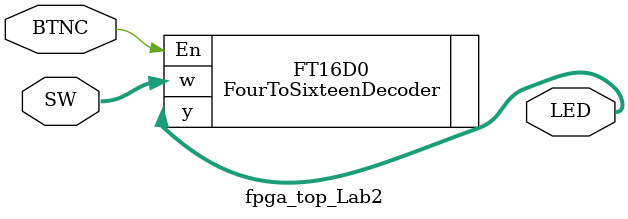
<source format=sv>
module fpga_top_Lab2(
    input logic [3:0] SW,
    input logic BTNC,
    output logic [0:15] LED
);

//instatiates our 4-16 decoder
FourToSixteenDecoder FT16D0 (
	.w(SW), 
	.En(BTNC), 
	.y(LED)
);


endmodule

</source>
